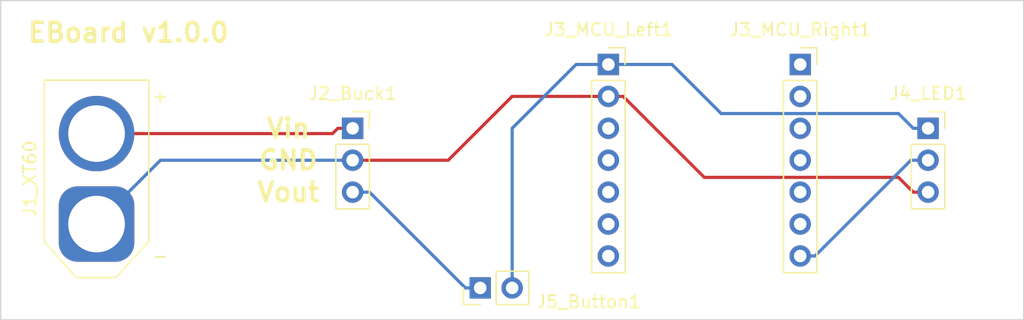
<source format=kicad_pcb>
(kicad_pcb (version 20211014) (generator pcbnew)
  (layers (0 "F.Cu" signal) (31 "B.Cu" signal) (34 "B.Paste" user) (35 "F.Paste" user) (36 "B.SilkS" user "B.Silkscreen") (37 "F.SilkS" user "F.Silkscreen") (38 "B.Mask" user) (39 "F.Mask" user) (44 "Edge.Cuts" user))
  (net 0 "")
  (net 1 "Vin")
  (net 2 "GND")
  (net 3 "V5")
  (net 15 "SIG_LED")
  (net 16 "ButtonOut")
  (footprint "Connector_PinSocket_2.54mm:PinSocket_1x07_P2.54mm_Vertical" (layer "F.Cu") (at 76.225 17.78)
    (fp_text reference "J3_MCU_Right1" (at 0 -2.77) (layer "F.SilkS"))
    (fp_text value "Conn_01x07_Female" hide)
    (fp_line (start 0 -1.33) (end 1.33 -1.33) (layer "F.SilkS") (width 0.12))
    (fp_line (start -1.33 1.27) (end 1.33 1.27) (layer "F.SilkS") (width 0.12))
    (fp_line (start 1.33 1.27) (end 1.33 16.57) (layer "F.SilkS") (width 0.12))
    (fp_line (start -1.33 16.57) (end 1.33 16.57) (layer "F.SilkS") (width 0.12))
    (fp_line (start -1.33 1.27) (end -1.33 16.57) (layer "F.SilkS") (width 0.12))
    (fp_line (start 1.33 -1.33) (end 1.33 0) (layer "F.SilkS") (width 0.12))
    (pad "1" thru_hole rect (at 0 0) (size 1.7 1.7) (drill 1) (layers *.Cu *.Mask))
    (pad "2" thru_hole oval (at 0 2.54) (size 1.7 1.7) (drill 1) (layers *.Cu *.Mask))
    (pad "3" thru_hole oval (at 0 5.08) (size 1.7 1.7) (drill 1) (layers *.Cu *.Mask))
    (pad "4" thru_hole oval (at 0 7.62) (size 1.7 1.7) (drill 1) (layers *.Cu *.Mask))
    (pad "5" thru_hole oval (at 0 10.16) (size 1.7 1.7) (drill 1) (layers *.Cu *.Mask))
    (pad "6" thru_hole oval (at 0 12.7) (size 1.7 1.7) (drill 1) (layers *.Cu *.Mask))
    (pad "7" thru_hole oval (at 0 15.24) (size 1.7 1.7) (drill 1) (layers *.Cu *.Mask) (net 15 "SIG_LED"))
  )
  (footprint "Connector_AMASS:AMASS_XT60-M_1x02_P7.20mm_Vertical" (layer "F.Cu") (at 20.32 30.48 90)
    (fp_text reference "J1_XT60" (at 3.6 -5.3 90) (layer "F.SilkS"))
    (fp_text value "Conn_01x02_Male" hide)
    (fp_line (start -1.4 -4.15) (end -4.25 -1.6) (layer "F.SilkS") (width 0.12))
    (fp_line (start 11.45 4.15) (end 11.45 -4.15) (layer "F.SilkS") (width 0.12))
    (fp_line (start -4.25 1.55) (end -1.4 4.15) (layer "F.SilkS") (width 0.12))
    (fp_line (start 11.45 -4.15) (end -1.4 -4.15) (layer "F.SilkS") (width 0.12))
    (fp_line (start -1.4 4.15) (end 11.45 4.15) (layer "F.SilkS") (width 0.12))
    (fp_line (start -4.25 -1.6) (end -4.25 1.55) (layer "F.SilkS") (width 0.12))
    (pad "1" thru_hole roundrect (at 0 0 90) (size 6 6) (drill 4.5) (layers *.Cu *.Mask) (net 2 "GND"))
    (pad "2" thru_hole circle (at 7.2 0 90) (size 6 6) (drill 4.5) (layers *.Cu *.Mask) (net 1 "Vin"))
  )
  (footprint "Connector_PinSocket_2.54mm:PinSocket_1x07_P2.54mm_Vertical" (layer "F.Cu") (at 60.985 17.78)
    (fp_text reference "J3_MCU_Left1" (at 0 -2.77) (layer "F.SilkS"))
    (fp_text value "Conn_01x07_Female" hide)
    (fp_line (start 1.33 -1.33) (end 1.33 0) (layer "F.SilkS") (width 0.12))
    (fp_line (start -1.33 1.27) (end 1.33 1.27) (layer "F.SilkS") (width 0.12))
    (fp_line (start 0 -1.33) (end 1.33 -1.33) (layer "F.SilkS") (width 0.12))
    (fp_line (start -1.33 1.27) (end -1.33 16.57) (layer "F.SilkS") (width 0.12))
    (fp_line (start 1.33 1.27) (end 1.33 16.57) (layer "F.SilkS") (width 0.12))
    (fp_line (start -1.33 16.57) (end 1.33 16.57) (layer "F.SilkS") (width 0.12))
    (pad "1" thru_hole rect (at 0 0) (size 1.7 1.7) (drill 1) (layers *.Cu *.Mask) (net 16 "ButtonOut"))
    (pad "2" thru_hole oval (at 0 2.54) (size 1.7 1.7) (drill 1) (layers *.Cu *.Mask) (net 2 "GND"))
    (pad "3" thru_hole oval (at 0 5.08) (size 1.7 1.7) (drill 1) (layers *.Cu *.Mask))
    (pad "4" thru_hole oval (at 0 7.62) (size 1.7 1.7) (drill 1) (layers *.Cu *.Mask))
    (pad "5" thru_hole oval (at 0 10.16) (size 1.7 1.7) (drill 1) (layers *.Cu *.Mask))
    (pad "6" thru_hole oval (at 0 12.7) (size 1.7 1.7) (drill 1) (layers *.Cu *.Mask))
    (pad "7" thru_hole oval (at 0 15.24) (size 1.7 1.7) (drill 1) (layers *.Cu *.Mask))
  )
  (footprint "Connector_PinHeader_2.54mm:PinHeader_1x02_P2.54mm_Vertical" (layer "F.Cu") (at 50.8 35.56 90)
    (fp_text reference "J5_Button1" (at -1.10913 8.612785 180) (layer "F.SilkS"))
    (fp_text value "Conn_01x02_Male" hide)
    (fp_line (start -1.33 -1.33) (end 0 -1.33) (layer "F.SilkS") (width 0.12))
    (fp_line (start -1.33 1.27) (end -1.33 3.87) (layer "F.SilkS") (width 0.12))
    (fp_line (start -1.33 3.87) (end 1.33 3.87) (layer "F.SilkS") (width 0.12))
    (fp_line (start 1.33 1.27) (end 1.33 3.87) (layer "F.SilkS") (width 0.12))
    (fp_line (start -1.33 1.27) (end 1.33 1.27) (layer "F.SilkS") (width 0.12))
    (fp_line (start -1.33 0) (end -1.33 -1.33) (layer "F.SilkS") (width 0.12))
    (pad "1" thru_hole rect (at 0 0 90) (size 1.7 1.7) (drill 1) (layers *.Cu *.Mask) (net 3 "V5"))
    (pad "2" thru_hole oval (at 0 2.54 90) (size 1.7 1.7) (drill 1) (layers *.Cu *.Mask) (net 16 "ButtonOut"))
  )
  (footprint "Connector_PinSocket_2.54mm:PinSocket_1x03_P2.54mm_Vertical" (layer "F.Cu") (at 86.385 22.86)
    (fp_text reference "J4_LED1" (at 0 -2.77) (layer "F.SilkS"))
    (fp_text value "Conn_01x03_Male" hide)
    (fp_line (start -1.33 1.27) (end -1.33 6.41) (layer "F.SilkS") (width 0.12))
    (fp_line (start 0 -1.33) (end 1.33 -1.33) (layer "F.SilkS") (width 0.12))
    (fp_line (start -1.33 6.41) (end 1.33 6.41) (layer "F.SilkS") (width 0.12))
    (fp_line (start 1.33 1.27) (end 1.33 6.41) (layer "F.SilkS") (width 0.12))
    (fp_line (start -1.33 1.27) (end 1.33 1.27) (layer "F.SilkS") (width 0.12))
    (fp_line (start 1.33 -1.33) (end 1.33 0) (layer "F.SilkS") (width 0.12))
    (pad "1" thru_hole rect (at 0 0) (size 1.7 1.7) (drill 1) (layers *.Cu *.Mask) (net 16 "ButtonOut"))
    (pad "2" thru_hole oval (at 0 2.54) (size 1.7 1.7) (drill 1) (layers *.Cu *.Mask) (net 15 "SIG_LED"))
    (pad "3" thru_hole oval (at 0 5.08) (size 1.7 1.7) (drill 1) (layers *.Cu *.Mask) (net 2 "GND"))
  )
  (footprint "Connector_PinSocket_2.54mm:PinSocket_1x03_P2.54mm_Vertical" (layer "F.Cu") (at 40.665 22.86)
    (fp_text reference "J2_Buck1" (at 0 -2.77) (layer "F.SilkS"))
    (fp_text value "Conn_01x03_Female" hide)
    (fp_line (start -1.33 6.41) (end 1.33 6.41) (layer "F.SilkS") (width 0.12))
    (fp_line (start -1.33 1.27) (end 1.33 1.27) (layer "F.SilkS") (width 0.12))
    (fp_line (start 1.33 -1.33) (end 1.33 0) (layer "F.SilkS") (width 0.12))
    (fp_line (start -1.33 1.27) (end -1.33 6.41) (layer "F.SilkS") (width 0.12))
    (fp_line (start 0 -1.33) (end 1.33 -1.33) (layer "F.SilkS") (width 0.12))
    (fp_line (start 1.33 1.27) (end 1.33 6.41) (layer "F.SilkS") (width 0.12))
    (pad "1" thru_hole rect (at 0 0) (size 1.7 1.7) (drill 1) (layers *.Cu *.Mask) (net 1 "Vin"))
    (pad "2" thru_hole oval (at 0 2.54) (size 1.7 1.7) (drill 1) (layers *.Cu *.Mask) (net 2 "GND"))
    (pad "3" thru_hole oval (at 0 5.08) (size 1.7 1.7) (drill 1) (layers *.Cu *.Mask) (net 3 "V5"))
  )
  (gr_line (start 12.7 38.1) (end 93.98 38.1) (layer "Edge.Cuts") (width 0.1))
  (gr_line (start 12.7 12.7) (end 12.7 38.1) (layer "Edge.Cuts") (width 0.1))
  (gr_line (start 93.98 12.7) (end 12.7 12.7) (layer "Edge.Cuts") (width 0.1))
  (gr_line (start 93.98 38.1) (end 93.98 12.7) (layer "Edge.Cuts") (width 0.1))
  (gr_text "-" (at 25.4 33.02) (layer "F.SilkS") (effects (font (size 1 1))))
  (gr_text "Vin" (at 35.56 22.86) (layer "F.SilkS") (effects (font (size 1.5 1.5) (thickness 0.3))))
  (gr_text "+" (at 25.4 20.32) (layer "F.SilkS") (effects (font (size 1 1))))
  (gr_text "Vout" (at 35.56 27.94) (layer "F.SilkS") (effects (font (size 1.5 1.5) (thickness 0.3))))
  (gr_text "GND" (at 35.56 25.4) (layer "F.SilkS") (effects (font (size 1.5 1.5) (thickness 0.3))))
  (gr_text "EBoard v1.0.0" (at 22.86 15.24) (layer "F.SilkS") (effects (font (size 1.5 1.5) (thickness 0.3))))
  (segment (start 20.32 23.28) (end 39.0697 23.28) (width 0.25) (layer "F.Cu") (net 1))
  (segment (start 40.665 22.86) (end 39.4897 22.86) (width 0.25) (layer "F.Cu") (net 1))
  (segment (start 39.0697 23.28) (end 39.4897 22.86) (width 0.25) (layer "F.Cu") (net 1))
  (segment (start 62.1603 20.32) (end 68.605 26.7647) (width 0.25) (layer "F.Cu") (net 2))
  (segment (start 84.0344 26.7647) (end 85.2097 27.94) (width 0.25) (layer "F.Cu") (net 2))
  (segment (start 60.985 20.32) (end 62.1603 20.32) (width 0.25) (layer "F.Cu") (net 2))
  (segment (start 40.665 25.4) (end 48.26 25.4) (width 0.25) (layer "F.Cu") (net 2))
  (segment (start 53.34 20.32) (end 60.985 20.32) (width 0.25) (layer "F.Cu") (net 2))
  (segment (start 86.385 27.94) (end 85.2097 27.94) (width 0.25) (layer "F.Cu") (net 2))
  (segment (start 68.605 26.7647) (end 84.0344 26.7647) (width 0.25) (layer "F.Cu") (net 2))
  (segment (start 48.26 25.4) (end 53.34 20.32) (width 0.25) (layer "F.Cu") (net 2))
  (segment (start 25.4 25.4) (end 40.665 25.4) (width 0.25) (layer "B.Cu") (net 2))
  (segment (start 20.32 30.48) (end 25.4 25.4) (width 0.25) (layer "B.Cu") (net 2))
  (segment (start 40.665 27.94) (end 42.0047 27.94) (width 0.25) (layer "B.Cu") (net 3))
  (segment (start 42.0047 27.94) (end 49.6247 35.56) (width 0.25) (layer "B.Cu") (net 3))
  (segment (start 50.8 35.56) (end 49.6247 35.56) (width 0.25) (layer "B.Cu") (net 3))
  (segment (start 85.0203 25.4) (end 86.385 25.4) (width 0.25) (layer "B.Cu") (net 15))
  (segment (start 77.4003 33.02) (end 85.0203 25.4) (width 0.25) (layer "B.Cu") (net 15))
  (segment (start 76.225 33.02) (end 77.4003 33.02) (width 0.25) (layer "B.Cu") (net 15))
  (segment (start 60.985 17.78) (end 66.04 17.78) (width 0.25) (layer "B.Cu") (net 16))
  (segment (start 84.0344 21.6847) (end 69.9447 21.6847) (width 0.25) (layer "B.Cu") (net 16))
  (segment (start 53.34 35.56) (end 53.34 22.86) (width 0.25) (layer "B.Cu") (net 16))
  (segment (start 66.04 17.78) (end 69.9447 21.6847) (width 0.25) (layer "B.Cu") (net 16))
  (segment (start 53.34 22.86) (end 58.42 17.78) (width 0.25) (layer "B.Cu") (net 16))
  (segment (start 58.42 17.78) (end 60.985 17.78) (width 0.25) (layer "B.Cu") (net 16))
  (segment (start 86.385 22.86) (end 85.2097 22.86) (width 0.25) (layer "B.Cu") (net 16))
  (segment (start 85.2097 22.86) (end 84.0344 21.6847) (width 0.25) (layer "B.Cu") (net 16))
)
</source>
